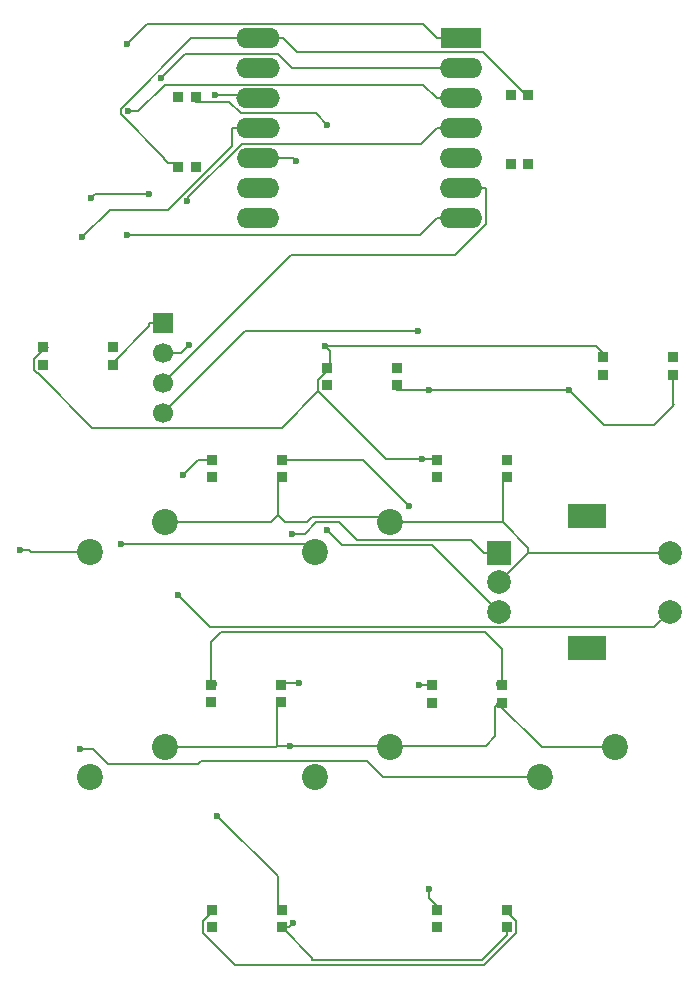
<source format=gbr>
%TF.GenerationSoftware,KiCad,Pcbnew,9.0.7*%
%TF.CreationDate,2026-01-22T22:05:33-06:00*%
%TF.ProjectId,HACK PAD!,4841434b-2050-4414-9421-2e6b69636164,rev?*%
%TF.SameCoordinates,Original*%
%TF.FileFunction,Copper,L2,Bot*%
%TF.FilePolarity,Positive*%
%FSLAX46Y46*%
G04 Gerber Fmt 4.6, Leading zero omitted, Abs format (unit mm)*
G04 Created by KiCad (PCBNEW 9.0.7) date 2026-01-22 22:05:33*
%MOMM*%
%LPD*%
G01*
G04 APERTURE LIST*
G04 Aperture macros list*
%AMRoundRect*
0 Rectangle with rounded corners*
0 $1 Rounding radius*
0 $2 $3 $4 $5 $6 $7 $8 $9 X,Y pos of 4 corners*
0 Add a 4 corners polygon primitive as box body*
4,1,4,$2,$3,$4,$5,$6,$7,$8,$9,$2,$3,0*
0 Add four circle primitives for the rounded corners*
1,1,$1+$1,$2,$3*
1,1,$1+$1,$4,$5*
1,1,$1+$1,$6,$7*
1,1,$1+$1,$8,$9*
0 Add four rect primitives between the rounded corners*
20,1,$1+$1,$2,$3,$4,$5,0*
20,1,$1+$1,$4,$5,$6,$7,0*
20,1,$1+$1,$6,$7,$8,$9,0*
20,1,$1+$1,$8,$9,$2,$3,0*%
G04 Aperture macros list end*
%TA.AperFunction,SMDPad,CuDef*%
%ADD10RoundRect,0.082000X-0.328000X-0.368000X0.328000X-0.368000X0.328000X0.368000X-0.328000X0.368000X0*%
%TD*%
%TA.AperFunction,SMDPad,CuDef*%
%ADD11RoundRect,0.082000X-0.328000X-0.367999X0.328000X-0.367999X0.328000X0.367999X-0.328000X0.367999X0*%
%TD*%
%TA.AperFunction,ComponentPad*%
%ADD12O,3.700000X1.700000*%
%TD*%
%TA.AperFunction,ComponentPad*%
%ADD13O,3.600000X1.700000*%
%TD*%
%TA.AperFunction,ComponentPad*%
%ADD14R,3.500000X1.700000*%
%TD*%
%TA.AperFunction,SMDPad,CuDef*%
%ADD15RoundRect,0.082000X-0.368000X0.328000X-0.368000X-0.328000X0.368000X-0.328000X0.368000X0.328000X0*%
%TD*%
%TA.AperFunction,SMDPad,CuDef*%
%ADD16RoundRect,0.082000X-0.367999X0.328000X-0.367999X-0.328000X0.367999X-0.328000X0.367999X0.328000X0*%
%TD*%
%TA.AperFunction,SMDPad,CuDef*%
%ADD17RoundRect,0.082000X0.328000X0.367999X-0.328000X0.367999X-0.328000X-0.367999X0.328000X-0.367999X0*%
%TD*%
%TA.AperFunction,SMDPad,CuDef*%
%ADD18RoundRect,0.082000X0.328000X0.368000X-0.328000X0.368000X-0.328000X-0.368000X0.328000X-0.368000X0*%
%TD*%
%TA.AperFunction,ComponentPad*%
%ADD19R,1.700000X1.700000*%
%TD*%
%TA.AperFunction,ComponentPad*%
%ADD20C,1.700000*%
%TD*%
%TA.AperFunction,ComponentPad*%
%ADD21R,2.000000X2.000000*%
%TD*%
%TA.AperFunction,ComponentPad*%
%ADD22C,2.000000*%
%TD*%
%TA.AperFunction,ComponentPad*%
%ADD23R,3.200000X2.000000*%
%TD*%
%TA.AperFunction,ComponentPad*%
%ADD24C,2.200000*%
%TD*%
%TA.AperFunction,ViaPad*%
%ADD25C,0.600000*%
%TD*%
%TA.AperFunction,Conductor*%
%ADD26C,0.200000*%
%TD*%
G04 APERTURE END LIST*
D10*
%TO.P,D14,4,DIN*%
%TO.N,Net-(D13-DOUT)*%
X41790858Y-35150000D03*
%TO.P,D14,3,VSS*%
%TO.N,GND*%
X43290858Y-35150000D03*
D11*
%TO.P,D14,2*%
%TO.N,N/C*%
X43290858Y-41049999D03*
%TO.P,D14,1,VDD*%
%TO.N,Net-(D10-VDD)*%
X41790858Y-41049999D03*
%TD*%
D12*
%TO.P,U1,14,5V*%
%TO.N,Net-(D10-VDD)*%
X48525000Y-30162500D03*
%TO.P,U1,13,GND*%
%TO.N,unconnected-(U1-GND-Pad13)*%
X48525000Y-32702500D03*
%TO.P,U1,12,3V3*%
%TO.N,Net-(U1-3V3)*%
X48525000Y-35242500D03*
%TO.P,U1,11,PA6_A10_D10_MOSI*%
%TO.N,Net-(D17-K)*%
X48525000Y-37782500D03*
D13*
%TO.P,U1,10,PA5_A9_D9_MISO*%
%TO.N,Net-(U1-PA5_A9_D9_MISO)*%
X48525000Y-40322500D03*
%TO.P,U1,9,PA7_A8_D8_SCK*%
%TO.N,Net-(U1-PA7_A8_D8_SCK)*%
X48525000Y-42862500D03*
%TO.P,U1,8,PB09_A7_D7_RX*%
X48525000Y-45402500D03*
%TO.P,U1,7,PB08_A6_D6_TX*%
%TO.N,Net-(D5-A)*%
X65775000Y-45402500D03*
%TO.P,U1,6,PA9_A5_D5_SCL*%
%TO.N,Net-(U1-PA9_A5_D5_SCL)*%
X65775000Y-42862500D03*
%TO.P,U1,5,PA8_A4_D4_SDA*%
%TO.N,Net-(U1-PA8_A4_D4_SDA)*%
X65775000Y-40322500D03*
%TO.P,U1,4,PA11_A3_D3*%
%TO.N,Net-(D4-A)*%
X65775000Y-37782500D03*
%TO.P,U1,3,PA10_A2_D2*%
%TO.N,Net-(D3-A)*%
X65775000Y-35242500D03*
%TO.P,U1,2,PA4_A1_D1*%
%TO.N,Net-(D2-A)*%
X65775000Y-32702500D03*
D14*
%TO.P,U1,1,PA02_A0_D0*%
%TO.N,Net-(D1-A)*%
X65775000Y-30162500D03*
%TD*%
D15*
%TO.P,D8,4,DIN*%
%TO.N,Net-(D7-DOUT)*%
X50575000Y-65822158D03*
%TO.P,D8,3,VSS*%
%TO.N,GND*%
X50575000Y-67322158D03*
D16*
%TO.P,D8,2*%
%TO.N,N/C*%
X44675001Y-67322158D03*
%TO.P,D8,1,DOUT*%
%TO.N,Net-(D8-DOUT)*%
X44675001Y-65822158D03*
%TD*%
%TO.P,D7,1,DOUT*%
%TO.N,Net-(D7-DOUT)*%
X63272301Y-84890958D03*
%TO.P,D7,2*%
%TO.N,N/C*%
X63272301Y-86390958D03*
D15*
%TO.P,D7,3,VSS*%
%TO.N,GND*%
X69172300Y-86390958D03*
%TO.P,D7,4,DIN*%
%TO.N,Net-(D6-DOUT)*%
X69172300Y-84890958D03*
%TD*%
D16*
%TO.P,D9,1,DOUT*%
%TO.N,Net-(D10-DIN)*%
X44675001Y-103922158D03*
%TO.P,D9,2*%
%TO.N,N/C*%
X44675001Y-105422158D03*
D15*
%TO.P,D9,3,VSS*%
%TO.N,GND*%
X50575000Y-105422158D03*
%TO.P,D9,4,DIN*%
%TO.N,Net-(D8-DOUT)*%
X50575000Y-103922158D03*
%TD*%
%TO.P,D6,4,DIN*%
%TO.N,Net-(D6-DIN)*%
X50510000Y-84873358D03*
%TO.P,D6,3,VSS*%
%TO.N,GND*%
X50510000Y-86373358D03*
D16*
%TO.P,D6,2*%
%TO.N,N/C*%
X44610001Y-86373358D03*
%TO.P,D6,1,DOUT*%
%TO.N,Net-(D6-DOUT)*%
X44610001Y-84873358D03*
%TD*%
%TO.P,D10,1,VDD*%
%TO.N,Net-(D10-VDD)*%
X63725001Y-103922158D03*
%TO.P,D10,2*%
%TO.N,N/C*%
X63725001Y-105422158D03*
D15*
%TO.P,D10,3,VSS*%
%TO.N,GND*%
X69625000Y-105422158D03*
%TO.P,D10,4,DIN*%
%TO.N,Net-(D10-DIN)*%
X69625000Y-103922158D03*
%TD*%
D16*
%TO.P,D11,1,VDD*%
%TO.N,Net-(D10-VDD)*%
X63725001Y-65822158D03*
%TO.P,D11,2*%
%TO.N,N/C*%
X63725001Y-67322158D03*
D15*
%TO.P,D11,3,VSS*%
%TO.N,GND*%
X69625000Y-67322158D03*
%TO.P,D11,4,DIN*%
%TO.N,unconnected-(D11-DIN-Pad4)*%
X69625000Y-65822158D03*
%TD*%
D16*
%TO.P,D12,1,VDD*%
%TO.N,Net-(D10-VDD)*%
X54418701Y-58031258D03*
%TO.P,D12,2*%
%TO.N,N/C*%
X54418701Y-59531258D03*
D15*
%TO.P,D12,3,VSS*%
%TO.N,GND*%
X60318700Y-59531258D03*
%TO.P,D12,4,DIN*%
%TO.N,Net-(D11-DOUT)*%
X60318700Y-58031258D03*
%TD*%
D16*
%TO.P,D15,1,VDD*%
%TO.N,Net-(D10-VDD)*%
X77793701Y-57149958D03*
%TO.P,D15,2*%
%TO.N,N/C*%
X77793701Y-58649958D03*
D15*
%TO.P,D15,3,VSS*%
%TO.N,GND*%
X83693700Y-58649958D03*
%TO.P,D15,4,DIN*%
%TO.N,Net-(D14-DOUT)*%
X83693700Y-57149958D03*
%TD*%
D17*
%TO.P,D13,1,VDD*%
%TO.N,Net-(D10-VDD)*%
X71437542Y-34931201D03*
%TO.P,D13,2*%
%TO.N,N/C*%
X69937542Y-34931201D03*
D18*
%TO.P,D13,3,VSS*%
%TO.N,unconnected-(D13-VSS-Pad3)*%
X69937542Y-40831200D03*
%TO.P,D13,4,DIN*%
%TO.N,Net-(D12-DOUT)*%
X71437542Y-40831200D03*
%TD*%
D19*
%TO.P,U2,1,GND*%
%TO.N,GND*%
X40481300Y-54292500D03*
D20*
%TO.P,U2,2,VCC*%
%TO.N,Net-(U1-3V3)*%
X40481300Y-56832500D03*
%TO.P,U2,3,SCL*%
%TO.N,Net-(U1-PA9_A5_D5_SCL)*%
X40481300Y-59372500D03*
%TO.P,U2,4,SDA*%
%TO.N,Net-(U1-PA8_A4_D4_SDA)*%
X40481300Y-61912500D03*
%TD*%
D21*
%TO.P,RE1,A,A*%
%TO.N,Net-(U1-PA7_A8_D8_SCK)*%
X68950000Y-73700000D03*
D22*
%TO.P,RE1,B,B*%
%TO.N,Net-(U1-PA5_A9_D9_MISO)*%
X68950000Y-78700000D03*
%TO.P,RE1,C,C*%
%TO.N,GND*%
X68950000Y-76200000D03*
D23*
%TO.P,RE1,MP*%
%TO.N,N/C*%
X76450000Y-70600000D03*
X76450000Y-81800000D03*
D22*
%TO.P,RE1,S1,S1*%
%TO.N,Net-(D17-A)*%
X83450000Y-78700000D03*
%TO.P,RE1,S2,S2*%
%TO.N,GND*%
X83450000Y-73700000D03*
%TD*%
D24*
%TO.P,SW2,1,1*%
%TO.N,GND*%
X59690000Y-71120000D03*
%TO.P,SW2,2,2*%
%TO.N,Net-(D2-K)*%
X53340000Y-73660000D03*
%TD*%
%TO.P,SW3,1,1*%
%TO.N,GND*%
X40640000Y-90170000D03*
%TO.P,SW3,2,2*%
%TO.N,Net-(D3-K)*%
X34290000Y-92710000D03*
%TD*%
%TO.P,SW5,1,1*%
%TO.N,GND*%
X78740000Y-90170000D03*
%TO.P,SW5,2,2*%
%TO.N,Net-(D5-K)*%
X72390000Y-92710000D03*
%TD*%
%TO.P,SW4,1,1*%
%TO.N,GND*%
X59690000Y-90170000D03*
%TO.P,SW4,2,2*%
%TO.N,Net-(D4-K)*%
X53340000Y-92710000D03*
%TD*%
%TO.P,SWw1,1,1*%
%TO.N,GND*%
X40640000Y-71120000D03*
%TO.P,SWw1,2,2*%
%TO.N,Net-(D1-K)*%
X34290000Y-73660000D03*
%TD*%
D16*
%TO.P,D16,1,VDD*%
%TO.N,Net-(D10-VDD)*%
X30387501Y-56297158D03*
%TO.P,D16,2*%
%TO.N,N/C*%
X30387501Y-57797158D03*
D15*
%TO.P,D16,3,VSS*%
%TO.N,GND*%
X36287500Y-57797158D03*
%TO.P,D16,4,DIN*%
%TO.N,Net-(D15-DOUT)*%
X36287500Y-56297158D03*
%TD*%
D25*
%TO.N,Net-(D1-K)*%
X28420000Y-73490000D03*
%TO.N,Net-(U1-PA8_A4_D4_SDA)*%
X62121000Y-54943000D03*
%TO.N,Net-(U1-3V3)*%
X42717600Y-56147300D03*
X44878800Y-34933300D03*
%TO.N,Net-(U1-PA5_A9_D9_MISO)*%
X54372500Y-71748500D03*
X51746900Y-40526500D03*
%TO.N,Net-(U1-PA7_A8_D8_SCK)*%
X51456600Y-72090000D03*
%TO.N,Net-(D17-K)*%
X33688300Y-47006200D03*
%TO.N,Net-(D17-A)*%
X41768500Y-77264900D03*
%TO.N,Net-(D8-DOUT)*%
X45123100Y-95964000D03*
X42175000Y-67104800D03*
%TO.N,Net-(D7-DOUT)*%
X61369700Y-69744300D03*
X62204700Y-84881600D03*
%TO.N,Net-(D6-DIN)*%
X52005900Y-84756800D03*
%TO.N,Net-(D5-K)*%
X33488300Y-90312300D03*
%TO.N,Net-(D5-A)*%
X37487700Y-46806200D03*
%TO.N,Net-(D4-K)*%
X39347400Y-43331800D03*
X34399600Y-43697200D03*
%TO.N,Net-(D4-A)*%
X42578200Y-43916000D03*
%TO.N,Net-(D3-A)*%
X37567700Y-36340300D03*
%TO.N,Net-(D2-A)*%
X40381300Y-33542500D03*
%TO.N,Net-(D1-A)*%
X37421500Y-30666700D03*
%TO.N,GND*%
X54406500Y-37456100D03*
X63066300Y-59907900D03*
X74897500Y-59907900D03*
X51256900Y-90107300D03*
X51543700Y-105031000D03*
%TO.N,Net-(D10-VDD)*%
X54192900Y-56192600D03*
X63066300Y-102155600D03*
X62451000Y-65778700D03*
%TO.N,Net-(D2-K)*%
X36956300Y-72942700D03*
%TD*%
D26*
%TO.N,Net-(D6-DOUT)*%
X67760000Y-80428100D02*
X69172300Y-81840400D01*
X45431900Y-80428100D02*
X67760000Y-80428100D01*
X44600000Y-81260000D02*
X45431900Y-80428100D01*
X44610001Y-81270001D02*
X44600000Y-81260000D01*
X69172300Y-81840400D02*
X69172300Y-84890958D01*
X44610001Y-84873358D02*
X44610001Y-81270001D01*
%TO.N,Net-(D1-K)*%
X29320000Y-73660000D02*
X34290000Y-73660000D01*
X29150000Y-73490000D02*
X29320000Y-73660000D01*
X28420000Y-73490000D02*
X29150000Y-73490000D01*
%TO.N,Net-(D10-VDD)*%
X30645000Y-56297200D02*
X30737500Y-56297200D01*
X29606400Y-57335800D02*
X30645000Y-56297200D01*
X29606400Y-58206400D02*
X29606400Y-57335800D01*
X29858588Y-58508158D02*
X29636502Y-58286072D01*
X29636502Y-58236502D02*
X29606400Y-58206400D01*
X29908158Y-58508158D02*
X29858588Y-58508158D01*
X29636502Y-58286072D02*
X29636502Y-58236502D01*
X34511400Y-63111400D02*
X29908158Y-58508158D01*
X53632900Y-60035800D02*
X50557300Y-63111400D01*
X50557300Y-63111400D02*
X34511400Y-63111400D01*
%TO.N,GND*%
X77839600Y-62850000D02*
X74897500Y-59907900D01*
X82090000Y-62850000D02*
X77839600Y-62850000D01*
X83760000Y-61180000D02*
X82090000Y-62850000D01*
X83693700Y-58649958D02*
X83693700Y-61113700D01*
X83693700Y-61113700D02*
X83760000Y-61180000D01*
X69625000Y-106104000D02*
X67519500Y-108209500D01*
X53160000Y-108150000D02*
X53160000Y-108007158D01*
X67519500Y-108209500D02*
X67460000Y-108150000D01*
X53160000Y-108007158D02*
X50575000Y-105422158D01*
X67460000Y-108150000D02*
X53160000Y-108150000D01*
X69625000Y-105422158D02*
X69625000Y-106104000D01*
%TO.N,Net-(D10-DIN)*%
X69440300Y-103922200D02*
X69275000Y-103922200D01*
X70431400Y-105864700D02*
X70431400Y-104913300D01*
X43884200Y-105937200D02*
X46577000Y-108630000D01*
X46577000Y-108630000D02*
X67666100Y-108630000D01*
X43884200Y-104909700D02*
X43884200Y-105937200D01*
X70431400Y-104913300D02*
X69440300Y-103922200D01*
X44871700Y-103922200D02*
X43884200Y-104909700D01*
X45025000Y-103922200D02*
X44871700Y-103922200D01*
X67666100Y-108630000D02*
X70431400Y-105864700D01*
%TO.N,Net-(D10-VDD)*%
X40620000Y-40243400D02*
X40620000Y-40410000D01*
X40910000Y-40700000D02*
X41790900Y-40700000D01*
X36917200Y-36540600D02*
X40620000Y-40243400D01*
X36917200Y-36099800D02*
X36917200Y-36540600D01*
X42854500Y-30162500D02*
X36917200Y-36099800D01*
X40620000Y-40410000D02*
X40910000Y-40700000D01*
X49525000Y-30162500D02*
X42854500Y-30162500D01*
%TO.N,Net-(D7-DOUT)*%
X62204700Y-84881600D02*
X63612900Y-84881600D01*
X63612900Y-84881600D02*
X63622300Y-84891000D01*
%TO.N,Net-(U1-PA8_A4_D4_SDA)*%
X62121000Y-54943100D02*
X62121000Y-54943000D01*
X47450700Y-54943100D02*
X62121000Y-54943100D01*
X40481300Y-61912500D02*
X47450700Y-54943100D01*
%TO.N,Net-(U1-PA9_A5_D5_SCL)*%
X67876700Y-45902500D02*
X67876700Y-42862500D01*
X65265700Y-48513500D02*
X67876700Y-45902500D01*
X51340300Y-48513500D02*
X65265700Y-48513500D01*
X40481300Y-59372500D02*
X51340300Y-48513500D01*
X64775000Y-42862500D02*
X67876700Y-42862500D01*
%TO.N,Net-(U1-3V3)*%
X49215800Y-34933300D02*
X44878800Y-34933300D01*
X49525000Y-35242500D02*
X49215800Y-34933300D01*
X42032400Y-56832500D02*
X42717600Y-56147300D01*
X40481300Y-56832500D02*
X42032400Y-56832500D01*
%TO.N,Net-(U1-PA5_A9_D9_MISO)*%
X51542900Y-40322500D02*
X51746900Y-40526500D01*
X49525000Y-40322500D02*
X51542900Y-40322500D01*
X51746900Y-40526500D02*
X51746900Y-40322500D01*
X51746900Y-40322500D02*
X51746900Y-40526500D01*
X54372500Y-71748500D02*
X54347000Y-71723000D01*
X54347000Y-71723000D02*
X54372500Y-71748500D01*
X63274600Y-73024600D02*
X68950000Y-78700000D01*
X55648600Y-73024600D02*
X63274600Y-73024600D01*
X54372500Y-71748500D02*
X55648600Y-73024600D01*
%TO.N,Net-(U1-PA7_A8_D8_SCK)*%
X52500700Y-72090000D02*
X51456600Y-72090000D01*
X53470700Y-71120000D02*
X52500700Y-72090000D01*
X55397900Y-71120000D02*
X53470700Y-71120000D01*
X56900800Y-72622900D02*
X55397900Y-71120000D01*
X66571200Y-72622900D02*
X56900800Y-72622900D01*
X67648300Y-73700000D02*
X66571200Y-72622900D01*
X68950000Y-73700000D02*
X67648300Y-73700000D01*
%TO.N,Net-(D17-K)*%
X36009800Y-44684700D02*
X33688300Y-47006200D01*
X40955000Y-44684700D02*
X36009800Y-44684700D01*
X46373300Y-39266400D02*
X40955000Y-44684700D01*
X46373300Y-37782500D02*
X46373300Y-39266400D01*
X49525000Y-37782500D02*
X46373300Y-37782500D01*
%TO.N,Net-(D17-A)*%
X82122900Y-80027100D02*
X83450000Y-78700000D01*
X44530700Y-80027100D02*
X82122900Y-80027100D01*
X41768500Y-77264900D02*
X44530700Y-80027100D01*
%TO.N,Net-(D8-DOUT)*%
X43457600Y-65822200D02*
X45025000Y-65822200D01*
X42175000Y-67104800D02*
X43457600Y-65822200D01*
%TO.N,Net-(D6-DIN)*%
X50276600Y-84756800D02*
X50160000Y-84873400D01*
X52005900Y-84756800D02*
X50276600Y-84756800D01*
%TO.N,Net-(D6-DOUT)*%
X68822300Y-84665700D02*
X68822300Y-84891000D01*
X44960000Y-84873400D02*
X44960000Y-84610500D01*
%TO.N,Net-(D5-K)*%
X34552300Y-90312300D02*
X33488300Y-90312300D01*
X35874500Y-91634500D02*
X34552300Y-90312300D01*
X43435200Y-91634500D02*
X35874500Y-91634500D01*
X43769600Y-91300100D02*
X43435200Y-91634500D01*
X57760600Y-91300100D02*
X43769600Y-91300100D01*
X59170500Y-92710000D02*
X57760600Y-91300100D01*
X72390000Y-92710000D02*
X59170500Y-92710000D01*
%TO.N,Net-(D5-A)*%
X62269600Y-46806200D02*
X37487700Y-46806200D01*
X63673300Y-45402500D02*
X62269600Y-46806200D01*
X64775000Y-45402500D02*
X63673300Y-45402500D01*
%TO.N,Net-(D4-K)*%
X34765000Y-43331800D02*
X34399600Y-43697200D01*
X39347400Y-43331800D02*
X34765000Y-43331800D01*
%TO.N,Net-(D4-A)*%
X64775000Y-37782500D02*
X63673300Y-37782500D01*
X62378200Y-39077600D02*
X63673300Y-37782500D01*
X47160600Y-39077600D02*
X62378200Y-39077600D01*
X42578200Y-43660000D02*
X47160600Y-39077600D01*
X42578200Y-43916000D02*
X42578200Y-43660000D01*
%TO.N,Net-(D3-A)*%
X64775000Y-35242500D02*
X63673300Y-35242500D01*
X62498300Y-34067500D02*
X63673300Y-35242500D01*
X40707200Y-34067500D02*
X62498300Y-34067500D01*
X38434400Y-36340300D02*
X40707200Y-34067500D01*
X37567700Y-36340300D02*
X38434400Y-36340300D01*
%TO.N,Net-(D2-K)*%
X52622700Y-72942700D02*
X36956300Y-72942700D01*
X53340000Y-73660000D02*
X52622700Y-72942700D01*
%TO.N,Net-(D2-A)*%
X42411900Y-31511900D02*
X40381300Y-33542500D01*
X50234400Y-31511900D02*
X42411900Y-31511900D01*
X51425000Y-32702500D02*
X50234400Y-31511900D01*
X64775000Y-32702500D02*
X51425000Y-32702500D01*
X40381300Y-33542500D02*
X40340800Y-33542500D01*
X40340800Y-33542500D02*
X40381300Y-33542500D01*
%TO.N,Net-(D1-A)*%
X62511200Y-28950400D02*
X63723300Y-30162500D01*
X39137800Y-28950400D02*
X62511200Y-28950400D01*
X37421500Y-30666700D02*
X39137800Y-28950400D01*
X64775000Y-30162500D02*
X63723300Y-30162500D01*
%TO.N,GND*%
X36067400Y-57797200D02*
X35937500Y-57797200D01*
X39329600Y-54535000D02*
X36067400Y-57797200D01*
X39329600Y-54292500D02*
X39329600Y-54535000D01*
X40481300Y-54292500D02*
X39329600Y-54292500D01*
X50160000Y-90064900D02*
X50160000Y-86373400D01*
X50160000Y-90064900D02*
X58924000Y-90064900D01*
X59584900Y-90064900D02*
X59690000Y-90170000D01*
X58924000Y-90064900D02*
X59584900Y-90064900D01*
X69275000Y-71120000D02*
X59690000Y-71120000D01*
X71450000Y-73295000D02*
X69275000Y-71120000D01*
X71450000Y-73700000D02*
X71450000Y-73295000D01*
X83450000Y-73700000D02*
X71450000Y-73700000D01*
X71450000Y-73700000D02*
X68950000Y-76200000D01*
X60345300Y-59907900D02*
X63066300Y-59907900D01*
X59968700Y-59531300D02*
X60345300Y-59907900D01*
X83343700Y-58879900D02*
X83343700Y-58650000D01*
X63066300Y-59907900D02*
X74897500Y-59907900D01*
X49634000Y-71120000D02*
X40640000Y-71120000D01*
X50225000Y-70529000D02*
X49634000Y-71120000D01*
X50225000Y-67322200D02*
X50225000Y-70529000D01*
X50160000Y-90107300D02*
X51256900Y-90107300D01*
X50097300Y-90170000D02*
X50160000Y-90107300D01*
X40640000Y-90170000D02*
X50097300Y-90170000D01*
X50160000Y-90107300D02*
X50160000Y-90064900D01*
X53462900Y-36512500D02*
X54406500Y-37456100D01*
X47084000Y-36512500D02*
X53462900Y-36512500D01*
X46106500Y-35535000D02*
X47084000Y-36512500D01*
X43325900Y-35535000D02*
X46106500Y-35535000D01*
X43290900Y-35500000D02*
X43325900Y-35535000D01*
X51152500Y-105422200D02*
X51543700Y-105031000D01*
X50225000Y-105422200D02*
X51152500Y-105422200D01*
X69275000Y-105422200D02*
X69275000Y-105660200D01*
X53104200Y-70718300D02*
X52868800Y-70953700D01*
X59288300Y-70718300D02*
X53104200Y-70718300D01*
X59690000Y-71120000D02*
X59288300Y-70718300D01*
X52868800Y-70953700D02*
X52704000Y-71118500D01*
X52868800Y-70953700D02*
X52704000Y-71118500D01*
X50814500Y-71118500D02*
X50225000Y-70529000D01*
X52704000Y-71118500D02*
X50814500Y-71118500D01*
%TO.N,Net-(D10-VDD)*%
X49525000Y-30162500D02*
X50676700Y-30162500D01*
X54655600Y-58031300D02*
X54768700Y-58031300D01*
X54655600Y-56655300D02*
X54192900Y-56192600D01*
X54655600Y-58031300D02*
X54655600Y-56655300D01*
X63066300Y-102913500D02*
X63066300Y-102155600D01*
X64075000Y-103922200D02*
X63066300Y-102913500D01*
X64031600Y-65778700D02*
X62451000Y-65778700D01*
X64031600Y-65778800D02*
X64031600Y-65778700D01*
X64075000Y-65822200D02*
X64031600Y-65778800D01*
X77186300Y-56192600D02*
X54192900Y-56192600D01*
X78143700Y-57150000D02*
X77186300Y-56192600D01*
X53632900Y-59054000D02*
X54655600Y-58031300D01*
X53632900Y-60035800D02*
X53632900Y-59054000D01*
X59375800Y-65778700D02*
X53632900Y-60035800D01*
X62451000Y-65778700D02*
X59375800Y-65778700D01*
X51850400Y-31336200D02*
X50676700Y-30162500D01*
X67629800Y-31336200D02*
X51850400Y-31336200D01*
X71437500Y-35143900D02*
X67629800Y-31336200D01*
X71437500Y-35281200D02*
X71437500Y-35143900D01*
%TO.N,Net-(D6-DOUT)*%
X44610001Y-84873358D02*
X44863599Y-84873358D01*
X44863599Y-84873358D02*
X45120475Y-84616482D01*
%TO.N,GND*%
X58924000Y-90064900D02*
X67825100Y-90064900D01*
X68650000Y-86798900D02*
X68822300Y-86626600D01*
X67825100Y-90064900D02*
X68650000Y-89240000D01*
X68650000Y-89240000D02*
X68650000Y-86798900D01*
X68822300Y-86626600D02*
X68822300Y-86391000D01*
X68822300Y-86391000D02*
X72601300Y-90170000D01*
X72601300Y-90170000D02*
X78740000Y-90170000D01*
%TO.N,Net-(D8-DOUT)*%
X50225000Y-101065900D02*
X45123100Y-95964000D01*
X50225000Y-103922200D02*
X50225000Y-101065900D01*
%TO.N,GND*%
X69275000Y-67322200D02*
X69275000Y-71120000D01*
%TO.N,Net-(D7-DOUT)*%
X57447600Y-65822200D02*
X61369700Y-69744300D01*
X50225000Y-65822200D02*
X57447600Y-65822200D01*
%TD*%
M02*

</source>
